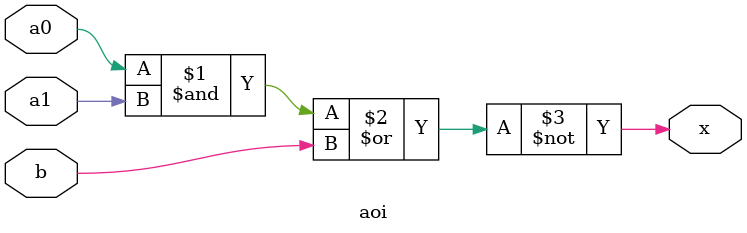
<source format=v>


module aoi (a0, a1, b, x);

	input a0;
	input a1;
	input b;
	output x;

	nor (x, a0 & a1, b);

endmodule // aoi

</source>
